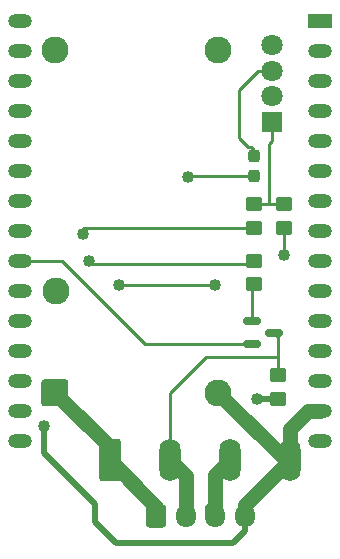
<source format=gbr>
%TF.GenerationSoftware,KiCad,Pcbnew,8.0.8+1*%
%TF.CreationDate,2025-02-28T13:13:44+11:00*%
%TF.ProjectId,vichyctl,76696368-7963-4746-9c2e-6b696361645f,rev?*%
%TF.SameCoordinates,Original*%
%TF.FileFunction,Copper,L1,Top*%
%TF.FilePolarity,Positive*%
%FSLAX46Y46*%
G04 Gerber Fmt 4.6, Leading zero omitted, Abs format (unit mm)*
G04 Created by KiCad (PCBNEW 8.0.8+1) date 2025-02-28 13:13:44*
%MOMM*%
%LPD*%
G01*
G04 APERTURE LIST*
G04 Aperture macros list*
%AMRoundRect*
0 Rectangle with rounded corners*
0 $1 Rounding radius*
0 $2 $3 $4 $5 $6 $7 $8 $9 X,Y pos of 4 corners*
0 Add a 4 corners polygon primitive as box body*
4,1,4,$2,$3,$4,$5,$6,$7,$8,$9,$2,$3,0*
0 Add four circle primitives for the rounded corners*
1,1,$1+$1,$2,$3*
1,1,$1+$1,$4,$5*
1,1,$1+$1,$6,$7*
1,1,$1+$1,$8,$9*
0 Add four rect primitives between the rounded corners*
20,1,$1+$1,$2,$3,$4,$5,0*
20,1,$1+$1,$4,$5,$6,$7,0*
20,1,$1+$1,$6,$7,$8,$9,0*
20,1,$1+$1,$8,$9,$2,$3,0*%
G04 Aperture macros list end*
%TA.AperFunction,ComponentPad*%
%ADD10RoundRect,0.250000X-0.600000X-0.725000X0.600000X-0.725000X0.600000X0.725000X-0.600000X0.725000X0*%
%TD*%
%TA.AperFunction,ComponentPad*%
%ADD11O,1.700000X1.950000*%
%TD*%
%TA.AperFunction,ComponentPad*%
%ADD12RoundRect,0.250000X-0.650000X-1.550000X0.650000X-1.550000X0.650000X1.550000X-0.650000X1.550000X0*%
%TD*%
%TA.AperFunction,ComponentPad*%
%ADD13O,1.800000X3.600000*%
%TD*%
%TA.AperFunction,SMDPad,CuDef*%
%ADD14RoundRect,0.250000X0.450000X-0.350000X0.450000X0.350000X-0.450000X0.350000X-0.450000X-0.350000X0*%
%TD*%
%TA.AperFunction,SMDPad,CuDef*%
%ADD15RoundRect,0.150000X-0.587500X-0.150000X0.587500X-0.150000X0.587500X0.150000X-0.587500X0.150000X0*%
%TD*%
%TA.AperFunction,ComponentPad*%
%ADD16RoundRect,0.250000X-0.893000X-0.893000X0.893000X-0.893000X0.893000X0.893000X-0.893000X0.893000X0*%
%TD*%
%TA.AperFunction,ComponentPad*%
%ADD17C,2.286000*%
%TD*%
%TA.AperFunction,ComponentPad*%
%ADD18R,1.800000X1.800000*%
%TD*%
%TA.AperFunction,ComponentPad*%
%ADD19C,1.800000*%
%TD*%
%TA.AperFunction,SMDPad,CuDef*%
%ADD20RoundRect,0.237500X0.237500X-0.287500X0.237500X0.287500X-0.237500X0.287500X-0.237500X-0.287500X0*%
%TD*%
%TA.AperFunction,SMDPad,CuDef*%
%ADD21RoundRect,0.250000X-0.450000X0.350000X-0.450000X-0.350000X0.450000X-0.350000X0.450000X0.350000X0*%
%TD*%
%TA.AperFunction,ComponentPad*%
%ADD22R,2.000000X1.200000*%
%TD*%
%TA.AperFunction,ComponentPad*%
%ADD23O,2.000000X1.200000*%
%TD*%
%TA.AperFunction,ViaPad*%
%ADD24C,1.016000*%
%TD*%
%TA.AperFunction,Conductor*%
%ADD25C,1.270000*%
%TD*%
%TA.AperFunction,Conductor*%
%ADD26C,0.508000*%
%TD*%
%TA.AperFunction,Conductor*%
%ADD27C,0.254000*%
%TD*%
G04 APERTURE END LIST*
D10*
%TO.P,J1,1,Pin_1*%
%TO.N,Net-(J1-Pin_1)*%
X132962000Y-94234000D03*
D11*
%TO.P,J1,2,Pin_2*%
%TO.N,Net-(J1-Pin_2)*%
X135462000Y-94234000D03*
%TO.P,J1,3,Pin_3*%
%TO.N,Net-(J1-Pin_3)*%
X137962000Y-94234000D03*
%TO.P,J1,4,Pin_4*%
%TO.N,GND*%
X140462000Y-94234000D03*
%TD*%
D12*
%TO.P,J2,1,Pin_1*%
%TO.N,Net-(J1-Pin_1)*%
X129032000Y-89555000D03*
D13*
%TO.P,J2,2,Pin_2*%
%TO.N,Net-(J1-Pin_2)*%
X134112000Y-89555000D03*
%TO.P,J2,3,Pin_3*%
%TO.N,Net-(J1-Pin_3)*%
X139192000Y-89555000D03*
%TO.P,J2,4,Pin_4*%
%TO.N,GND*%
X144272000Y-89555000D03*
%TD*%
D14*
%TO.P,R2,1*%
%TO.N,Net-(U1-D16)*%
X141224000Y-69850000D03*
%TO.P,R2,2*%
%TO.N,Net-(D3-BA)*%
X141224000Y-67850000D03*
%TD*%
D15*
%TO.P,Q1,1,B*%
%TO.N,Net-(Q2-B)*%
X141048500Y-77790000D03*
%TO.P,Q1,2,E*%
%TO.N,Net-(Q2-E)*%
X141048500Y-79690000D03*
%TO.P,Q1,3,C*%
%TO.N,Net-(J1-Pin_2)*%
X142923500Y-78740000D03*
%TD*%
D14*
%TO.P,R4,1*%
%TO.N,Net-(Q2-B)*%
X141224000Y-74644000D03*
%TO.P,R4,2*%
%TO.N,Net-(U1-3V3)*%
X141224000Y-72644000D03*
%TD*%
D16*
%TO.P,U1,1,Vin_p*%
%TO.N,Net-(J1-Pin_1)*%
X124418000Y-83842000D03*
D17*
%TO.P,U1,2,Vin_gnd*%
%TO.N,GND*%
X138218000Y-83842000D03*
%TO.P,U1,3,VO_GND*%
X138218000Y-54842000D03*
%TO.P,U1,4,V5V_p*%
%TO.N,Net-(U1-VIN)*%
X124418000Y-54842000D03*
%TO.P,U1,5,EN*%
%TO.N,unconnected-(U2-EN-Pad5)*%
X124434600Y-75184000D03*
%TD*%
D18*
%TO.P,D2,1,BA*%
%TO.N,Net-(D3-BA)*%
X142748000Y-60898000D03*
D19*
%TO.P,D2,2,GA*%
%TO.N,unconnected-(D3-GA-Pad2)*%
X142748000Y-58739000D03*
%TO.P,D2,3,K*%
%TO.N,Net-(D1-A)*%
X142748000Y-56580000D03*
%TO.P,D2,4,RA*%
%TO.N,unconnected-(D3-RA-Pad4)*%
X142748000Y-54421000D03*
%TD*%
D20*
%TO.P,D1,1,K*%
%TO.N,GND*%
X141224000Y-65504000D03*
%TO.P,D1,2,A*%
%TO.N,Net-(D1-A)*%
X141224000Y-63754000D03*
%TD*%
D14*
%TO.P,R3,1*%
%TO.N,Net-(U1-VIN)*%
X143256000Y-84312000D03*
%TO.P,R3,2*%
%TO.N,Net-(J1-Pin_2)*%
X143256000Y-82312000D03*
%TD*%
D21*
%TO.P,R1,1*%
%TO.N,Net-(D3-BA)*%
X143764000Y-67850000D03*
%TO.P,R1,2*%
%TO.N,Net-(J1-Pin_3)*%
X143764000Y-69850000D03*
%TD*%
D22*
%TO.P,U2,1,EN*%
%TO.N,unconnected-(U1-EN-Pad1)*%
X146812000Y-52324000D03*
D23*
%TO.P,U2,2,VP*%
%TO.N,unconnected-(U1-VP-Pad2)*%
X146812000Y-54864000D03*
%TO.P,U2,3,VN*%
%TO.N,unconnected-(U1-VN-Pad3)*%
X146812000Y-57404000D03*
%TO.P,U2,4,D34*%
%TO.N,unconnected-(U1-D34-Pad4)*%
X146812000Y-59944000D03*
%TO.P,U2,5,D35*%
%TO.N,unconnected-(U1-D35-Pad5)*%
X146812000Y-62484000D03*
%TO.P,U2,6,D32*%
%TO.N,unconnected-(U1-D32-Pad6)*%
X146812000Y-65024000D03*
%TO.P,U2,7,D33*%
%TO.N,unconnected-(U1-D33-Pad7)*%
X146812000Y-67564000D03*
%TO.P,U2,8,D25*%
%TO.N,unconnected-(U1-D25-Pad8)*%
X146812000Y-70104000D03*
%TO.P,U2,9,D26*%
%TO.N,unconnected-(U1-D26-Pad9)*%
X146812000Y-72644000D03*
%TO.P,U2,10,D27*%
%TO.N,unconnected-(U1-D27-Pad10)*%
X146812000Y-75184000D03*
%TO.P,U2,11,D14*%
%TO.N,unconnected-(U1-D14-Pad11)*%
X146812000Y-77724000D03*
%TO.P,U2,12,D12*%
%TO.N,unconnected-(U1-D12-Pad12)*%
X146812000Y-80264000D03*
%TO.P,U2,13,D13*%
%TO.N,unconnected-(U1-D13-Pad13)*%
X146812000Y-82804000D03*
%TO.P,U2,14,GND*%
%TO.N,GND*%
X146812000Y-85344000D03*
%TO.P,U2,15,VIN*%
%TO.N,Net-(U1-VIN)*%
X146812000Y-87884000D03*
%TO.P,U2,16,3V3*%
%TO.N,Net-(U1-3V3)*%
X121412000Y-87884000D03*
%TO.P,U2,17,GND*%
%TO.N,GND*%
X121412000Y-85344000D03*
%TO.P,U2,18,D15*%
%TO.N,unconnected-(U1-D15-Pad18)*%
X121412000Y-82804000D03*
%TO.P,U2,19,D2*%
%TO.N,unconnected-(U1-D2-Pad19)*%
X121412000Y-80264000D03*
%TO.P,U2,20,D4*%
%TO.N,unconnected-(U1-D4-Pad20)*%
X121412000Y-77724000D03*
%TO.P,U2,21,D16*%
%TO.N,Net-(U1-D16)*%
X121412000Y-75184000D03*
%TO.P,U2,22,D17*%
%TO.N,Net-(Q2-E)*%
X121412000Y-72644000D03*
%TO.P,U2,23,D5*%
%TO.N,unconnected-(U1-D5-Pad23)*%
X121412000Y-70104000D03*
%TO.P,U2,24,D18*%
%TO.N,unconnected-(U1-D18-Pad24)*%
X121412000Y-67564000D03*
%TO.P,U2,25,D19*%
%TO.N,unconnected-(U1-D19-Pad25)*%
X121412000Y-65024000D03*
%TO.P,U2,26,D21*%
%TO.N,unconnected-(U1-D21-Pad26)*%
X121412000Y-62484000D03*
%TO.P,U2,27,RXD0*%
%TO.N,unconnected-(U1-RXD0-Pad27)*%
X121412000Y-59944000D03*
%TO.P,U2,28,TXD0*%
%TO.N,unconnected-(U1-TXD0-Pad28)*%
X121412000Y-57404000D03*
%TO.P,U2,29,D22*%
%TO.N,unconnected-(U1-D22-Pad29)*%
X121412000Y-54864000D03*
%TO.P,U2,30,D23*%
%TO.N,unconnected-(U1-D23-Pad30)*%
X121412000Y-52324000D03*
%TD*%
D24*
%TO.N,GND*%
X123444000Y-86614000D03*
X135636000Y-65532000D03*
%TO.N,Net-(U1-D16)*%
X126746000Y-70358000D03*
%TO.N,Net-(U1-3V3)*%
X127254000Y-72644000D03*
%TO.N,Net-(U1-VIN)*%
X141478000Y-84328000D03*
%TO.N,Net-(J1-Pin_3)*%
X143764000Y-72136000D03*
X129794000Y-74676000D03*
X137922000Y-74676000D03*
%TD*%
D25*
%TO.N,GND*%
X143931000Y-89555000D02*
X138218000Y-83842000D01*
X140462000Y-94234000D02*
X140462000Y-93365000D01*
X140462000Y-93365000D02*
X144272000Y-89555000D01*
D26*
X140462000Y-95504000D02*
X140462000Y-94234000D01*
X123444000Y-86614000D02*
X123444000Y-88900000D01*
X129540000Y-96520000D02*
X139446000Y-96520000D01*
D25*
X145796000Y-85344000D02*
X144272000Y-86868000D01*
D27*
X141224000Y-65504000D02*
X135664000Y-65504000D01*
D26*
X123444000Y-88900000D02*
X127762000Y-93218000D01*
X127762000Y-93218000D02*
X127762000Y-94742000D01*
X139446000Y-96520000D02*
X140462000Y-95504000D01*
D25*
X146812000Y-85344000D02*
X145796000Y-85344000D01*
D27*
X135664000Y-65504000D02*
X135636000Y-65532000D01*
D25*
X144272000Y-89555000D02*
X143931000Y-89555000D01*
X144272000Y-86868000D02*
X144272000Y-89555000D01*
D26*
X127762000Y-94742000D02*
X129540000Y-96520000D01*
D27*
%TO.N,Net-(Q2-E)*%
X141048500Y-79690000D02*
X132014000Y-79690000D01*
X132014000Y-79690000D02*
X124968000Y-72644000D01*
X124968000Y-72644000D02*
X121412000Y-72644000D01*
%TO.N,Net-(U1-D16)*%
X126746000Y-69850000D02*
X126746000Y-70358000D01*
X141224000Y-69850000D02*
X126746000Y-69850000D01*
%TO.N,Net-(U1-3V3)*%
X127508000Y-72898000D02*
X127254000Y-72644000D01*
X140970000Y-72898000D02*
X127508000Y-72898000D01*
X141224000Y-72644000D02*
X140970000Y-72898000D01*
D26*
%TO.N,Net-(U1-VIN)*%
X141494000Y-84312000D02*
X141478000Y-84328000D01*
X143256000Y-84312000D02*
X141494000Y-84312000D01*
X143256000Y-84312000D02*
X143256000Y-84328000D01*
D27*
%TO.N,Net-(Q2-B)*%
X141048500Y-77790000D02*
X141048500Y-74819500D01*
X141048500Y-74819500D02*
X141224000Y-74644000D01*
%TO.N,Net-(J1-Pin_2)*%
X143256000Y-82312000D02*
X143256000Y-80772000D01*
X137160000Y-80772000D02*
X134112000Y-83820000D01*
X143256000Y-79072500D02*
X142923500Y-78740000D01*
X134112000Y-83820000D02*
X134112000Y-89555000D01*
D25*
X135462000Y-90905000D02*
X134112000Y-89555000D01*
D27*
X143256000Y-80772000D02*
X137160000Y-80772000D01*
X143256000Y-80772000D02*
X143256000Y-79072500D01*
D25*
X135462000Y-94234000D02*
X135462000Y-90905000D01*
D27*
%TO.N,Net-(D3-BA)*%
X141224000Y-67850000D02*
X142494000Y-67850000D01*
X142748000Y-62484000D02*
X142748000Y-60898000D01*
X142494000Y-67850000D02*
X143764000Y-67850000D01*
X142494000Y-62738000D02*
X142748000Y-62484000D01*
X142494000Y-67850000D02*
X142494000Y-62738000D01*
%TO.N,Net-(J1-Pin_3)*%
X137922000Y-74676000D02*
X129794000Y-74676000D01*
D26*
X137374000Y-94234000D02*
X137374000Y-93518000D01*
D25*
X137962000Y-90785000D02*
X139192000Y-89555000D01*
D27*
X143764000Y-69850000D02*
X143764000Y-72136000D01*
D25*
X137962000Y-94234000D02*
X137962000Y-90785000D01*
D27*
%TO.N,Net-(D1-A)*%
X139954000Y-58166000D02*
X141540000Y-56580000D01*
X140716000Y-62992000D02*
X140970000Y-62992000D01*
X141540000Y-56580000D02*
X142748000Y-56580000D01*
X140716000Y-62992000D02*
X139954000Y-62230000D01*
X139954000Y-62230000D02*
X139954000Y-58166000D01*
X141224000Y-63246000D02*
X141224000Y-63754000D01*
X140970000Y-62992000D02*
X141224000Y-63246000D01*
D25*
%TO.N,Net-(J1-Pin_1)*%
X129032000Y-88456000D02*
X124418000Y-83842000D01*
X132962000Y-93485000D02*
X129032000Y-89555000D01*
X132962000Y-94234000D02*
X132962000Y-93485000D01*
X129032000Y-89555000D02*
X129032000Y-88456000D01*
%TD*%
M02*

</source>
